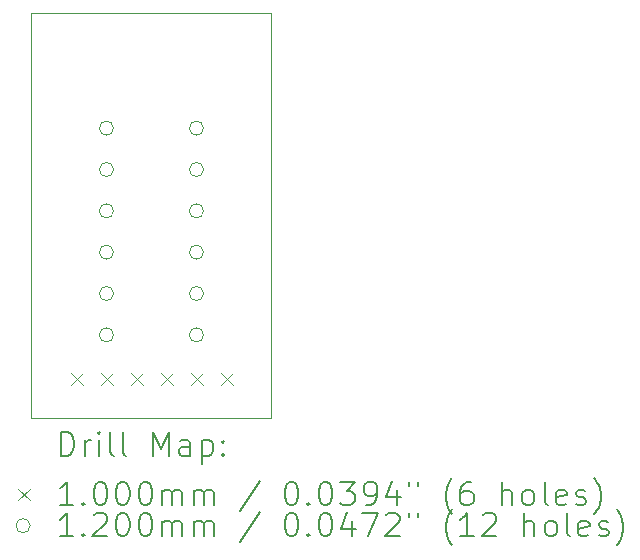
<source format=gbr>
%TF.GenerationSoftware,KiCad,Pcbnew,7.0.7*%
%TF.CreationDate,2024-02-07T12:10:56-08:00*%
%TF.ProjectId,Raven Expansion,52617665-6e20-4457-9870-616e73696f6e,rev?*%
%TF.SameCoordinates,Original*%
%TF.FileFunction,Drillmap*%
%TF.FilePolarity,Positive*%
%FSLAX45Y45*%
G04 Gerber Fmt 4.5, Leading zero omitted, Abs format (unit mm)*
G04 Created by KiCad (PCBNEW 7.0.7) date 2024-02-07 12:10:56*
%MOMM*%
%LPD*%
G01*
G04 APERTURE LIST*
%ADD10C,0.100000*%
%ADD11C,0.200000*%
%ADD12C,0.120000*%
G04 APERTURE END LIST*
D10*
X2540000Y-2540000D02*
X4572000Y-2540000D01*
X4572000Y-5969000D01*
X2540000Y-5969000D01*
X2540000Y-2540000D01*
D11*
D10*
X2878500Y-5589500D02*
X2978500Y-5689500D01*
X2978500Y-5589500D02*
X2878500Y-5689500D01*
X3132500Y-5589500D02*
X3232500Y-5689500D01*
X3232500Y-5589500D02*
X3132500Y-5689500D01*
X3386500Y-5589500D02*
X3486500Y-5689500D01*
X3486500Y-5589500D02*
X3386500Y-5689500D01*
X3640500Y-5589500D02*
X3740500Y-5689500D01*
X3740500Y-5589500D02*
X3640500Y-5689500D01*
X3894500Y-5589500D02*
X3994500Y-5689500D01*
X3994500Y-5589500D02*
X3894500Y-5689500D01*
X4148500Y-5589500D02*
X4248500Y-5689500D01*
X4248500Y-5589500D02*
X4148500Y-5689500D01*
D12*
X3241000Y-3513000D02*
G75*
G03*
X3241000Y-3513000I-60000J0D01*
G01*
X3241000Y-3863000D02*
G75*
G03*
X3241000Y-3863000I-60000J0D01*
G01*
X3241000Y-4213000D02*
G75*
G03*
X3241000Y-4213000I-60000J0D01*
G01*
X3241000Y-4563000D02*
G75*
G03*
X3241000Y-4563000I-60000J0D01*
G01*
X3241000Y-4913000D02*
G75*
G03*
X3241000Y-4913000I-60000J0D01*
G01*
X3241000Y-5263000D02*
G75*
G03*
X3241000Y-5263000I-60000J0D01*
G01*
X4003000Y-3513000D02*
G75*
G03*
X4003000Y-3513000I-60000J0D01*
G01*
X4003000Y-3863000D02*
G75*
G03*
X4003000Y-3863000I-60000J0D01*
G01*
X4003000Y-4213000D02*
G75*
G03*
X4003000Y-4213000I-60000J0D01*
G01*
X4003000Y-4563000D02*
G75*
G03*
X4003000Y-4563000I-60000J0D01*
G01*
X4003000Y-4913000D02*
G75*
G03*
X4003000Y-4913000I-60000J0D01*
G01*
X4003000Y-5263000D02*
G75*
G03*
X4003000Y-5263000I-60000J0D01*
G01*
D11*
X2795777Y-6285484D02*
X2795777Y-6085484D01*
X2795777Y-6085484D02*
X2843396Y-6085484D01*
X2843396Y-6085484D02*
X2871967Y-6095008D01*
X2871967Y-6095008D02*
X2891015Y-6114055D01*
X2891015Y-6114055D02*
X2900539Y-6133103D01*
X2900539Y-6133103D02*
X2910062Y-6171198D01*
X2910062Y-6171198D02*
X2910062Y-6199769D01*
X2910062Y-6199769D02*
X2900539Y-6237865D01*
X2900539Y-6237865D02*
X2891015Y-6256912D01*
X2891015Y-6256912D02*
X2871967Y-6275960D01*
X2871967Y-6275960D02*
X2843396Y-6285484D01*
X2843396Y-6285484D02*
X2795777Y-6285484D01*
X2995777Y-6285484D02*
X2995777Y-6152150D01*
X2995777Y-6190246D02*
X3005301Y-6171198D01*
X3005301Y-6171198D02*
X3014824Y-6161674D01*
X3014824Y-6161674D02*
X3033872Y-6152150D01*
X3033872Y-6152150D02*
X3052920Y-6152150D01*
X3119586Y-6285484D02*
X3119586Y-6152150D01*
X3119586Y-6085484D02*
X3110062Y-6095008D01*
X3110062Y-6095008D02*
X3119586Y-6104531D01*
X3119586Y-6104531D02*
X3129110Y-6095008D01*
X3129110Y-6095008D02*
X3119586Y-6085484D01*
X3119586Y-6085484D02*
X3119586Y-6104531D01*
X3243396Y-6285484D02*
X3224348Y-6275960D01*
X3224348Y-6275960D02*
X3214824Y-6256912D01*
X3214824Y-6256912D02*
X3214824Y-6085484D01*
X3348158Y-6285484D02*
X3329110Y-6275960D01*
X3329110Y-6275960D02*
X3319586Y-6256912D01*
X3319586Y-6256912D02*
X3319586Y-6085484D01*
X3576729Y-6285484D02*
X3576729Y-6085484D01*
X3576729Y-6085484D02*
X3643396Y-6228341D01*
X3643396Y-6228341D02*
X3710062Y-6085484D01*
X3710062Y-6085484D02*
X3710062Y-6285484D01*
X3891015Y-6285484D02*
X3891015Y-6180722D01*
X3891015Y-6180722D02*
X3881491Y-6161674D01*
X3881491Y-6161674D02*
X3862443Y-6152150D01*
X3862443Y-6152150D02*
X3824348Y-6152150D01*
X3824348Y-6152150D02*
X3805301Y-6161674D01*
X3891015Y-6275960D02*
X3871967Y-6285484D01*
X3871967Y-6285484D02*
X3824348Y-6285484D01*
X3824348Y-6285484D02*
X3805301Y-6275960D01*
X3805301Y-6275960D02*
X3795777Y-6256912D01*
X3795777Y-6256912D02*
X3795777Y-6237865D01*
X3795777Y-6237865D02*
X3805301Y-6218817D01*
X3805301Y-6218817D02*
X3824348Y-6209293D01*
X3824348Y-6209293D02*
X3871967Y-6209293D01*
X3871967Y-6209293D02*
X3891015Y-6199769D01*
X3986253Y-6152150D02*
X3986253Y-6352150D01*
X3986253Y-6161674D02*
X4005301Y-6152150D01*
X4005301Y-6152150D02*
X4043396Y-6152150D01*
X4043396Y-6152150D02*
X4062443Y-6161674D01*
X4062443Y-6161674D02*
X4071967Y-6171198D01*
X4071967Y-6171198D02*
X4081491Y-6190246D01*
X4081491Y-6190246D02*
X4081491Y-6247388D01*
X4081491Y-6247388D02*
X4071967Y-6266436D01*
X4071967Y-6266436D02*
X4062443Y-6275960D01*
X4062443Y-6275960D02*
X4043396Y-6285484D01*
X4043396Y-6285484D02*
X4005301Y-6285484D01*
X4005301Y-6285484D02*
X3986253Y-6275960D01*
X4167205Y-6266436D02*
X4176729Y-6275960D01*
X4176729Y-6275960D02*
X4167205Y-6285484D01*
X4167205Y-6285484D02*
X4157682Y-6275960D01*
X4157682Y-6275960D02*
X4167205Y-6266436D01*
X4167205Y-6266436D02*
X4167205Y-6285484D01*
X4167205Y-6161674D02*
X4176729Y-6171198D01*
X4176729Y-6171198D02*
X4167205Y-6180722D01*
X4167205Y-6180722D02*
X4157682Y-6171198D01*
X4157682Y-6171198D02*
X4167205Y-6161674D01*
X4167205Y-6161674D02*
X4167205Y-6180722D01*
D10*
X2435000Y-6564000D02*
X2535000Y-6664000D01*
X2535000Y-6564000D02*
X2435000Y-6664000D01*
D11*
X2900539Y-6705484D02*
X2786253Y-6705484D01*
X2843396Y-6705484D02*
X2843396Y-6505484D01*
X2843396Y-6505484D02*
X2824348Y-6534055D01*
X2824348Y-6534055D02*
X2805301Y-6553103D01*
X2805301Y-6553103D02*
X2786253Y-6562627D01*
X2986253Y-6686436D02*
X2995777Y-6695960D01*
X2995777Y-6695960D02*
X2986253Y-6705484D01*
X2986253Y-6705484D02*
X2976729Y-6695960D01*
X2976729Y-6695960D02*
X2986253Y-6686436D01*
X2986253Y-6686436D02*
X2986253Y-6705484D01*
X3119586Y-6505484D02*
X3138634Y-6505484D01*
X3138634Y-6505484D02*
X3157682Y-6515008D01*
X3157682Y-6515008D02*
X3167205Y-6524531D01*
X3167205Y-6524531D02*
X3176729Y-6543579D01*
X3176729Y-6543579D02*
X3186253Y-6581674D01*
X3186253Y-6581674D02*
X3186253Y-6629293D01*
X3186253Y-6629293D02*
X3176729Y-6667388D01*
X3176729Y-6667388D02*
X3167205Y-6686436D01*
X3167205Y-6686436D02*
X3157682Y-6695960D01*
X3157682Y-6695960D02*
X3138634Y-6705484D01*
X3138634Y-6705484D02*
X3119586Y-6705484D01*
X3119586Y-6705484D02*
X3100539Y-6695960D01*
X3100539Y-6695960D02*
X3091015Y-6686436D01*
X3091015Y-6686436D02*
X3081491Y-6667388D01*
X3081491Y-6667388D02*
X3071967Y-6629293D01*
X3071967Y-6629293D02*
X3071967Y-6581674D01*
X3071967Y-6581674D02*
X3081491Y-6543579D01*
X3081491Y-6543579D02*
X3091015Y-6524531D01*
X3091015Y-6524531D02*
X3100539Y-6515008D01*
X3100539Y-6515008D02*
X3119586Y-6505484D01*
X3310062Y-6505484D02*
X3329110Y-6505484D01*
X3329110Y-6505484D02*
X3348158Y-6515008D01*
X3348158Y-6515008D02*
X3357682Y-6524531D01*
X3357682Y-6524531D02*
X3367205Y-6543579D01*
X3367205Y-6543579D02*
X3376729Y-6581674D01*
X3376729Y-6581674D02*
X3376729Y-6629293D01*
X3376729Y-6629293D02*
X3367205Y-6667388D01*
X3367205Y-6667388D02*
X3357682Y-6686436D01*
X3357682Y-6686436D02*
X3348158Y-6695960D01*
X3348158Y-6695960D02*
X3329110Y-6705484D01*
X3329110Y-6705484D02*
X3310062Y-6705484D01*
X3310062Y-6705484D02*
X3291015Y-6695960D01*
X3291015Y-6695960D02*
X3281491Y-6686436D01*
X3281491Y-6686436D02*
X3271967Y-6667388D01*
X3271967Y-6667388D02*
X3262443Y-6629293D01*
X3262443Y-6629293D02*
X3262443Y-6581674D01*
X3262443Y-6581674D02*
X3271967Y-6543579D01*
X3271967Y-6543579D02*
X3281491Y-6524531D01*
X3281491Y-6524531D02*
X3291015Y-6515008D01*
X3291015Y-6515008D02*
X3310062Y-6505484D01*
X3500539Y-6505484D02*
X3519586Y-6505484D01*
X3519586Y-6505484D02*
X3538634Y-6515008D01*
X3538634Y-6515008D02*
X3548158Y-6524531D01*
X3548158Y-6524531D02*
X3557682Y-6543579D01*
X3557682Y-6543579D02*
X3567205Y-6581674D01*
X3567205Y-6581674D02*
X3567205Y-6629293D01*
X3567205Y-6629293D02*
X3557682Y-6667388D01*
X3557682Y-6667388D02*
X3548158Y-6686436D01*
X3548158Y-6686436D02*
X3538634Y-6695960D01*
X3538634Y-6695960D02*
X3519586Y-6705484D01*
X3519586Y-6705484D02*
X3500539Y-6705484D01*
X3500539Y-6705484D02*
X3481491Y-6695960D01*
X3481491Y-6695960D02*
X3471967Y-6686436D01*
X3471967Y-6686436D02*
X3462443Y-6667388D01*
X3462443Y-6667388D02*
X3452920Y-6629293D01*
X3452920Y-6629293D02*
X3452920Y-6581674D01*
X3452920Y-6581674D02*
X3462443Y-6543579D01*
X3462443Y-6543579D02*
X3471967Y-6524531D01*
X3471967Y-6524531D02*
X3481491Y-6515008D01*
X3481491Y-6515008D02*
X3500539Y-6505484D01*
X3652920Y-6705484D02*
X3652920Y-6572150D01*
X3652920Y-6591198D02*
X3662443Y-6581674D01*
X3662443Y-6581674D02*
X3681491Y-6572150D01*
X3681491Y-6572150D02*
X3710063Y-6572150D01*
X3710063Y-6572150D02*
X3729110Y-6581674D01*
X3729110Y-6581674D02*
X3738634Y-6600722D01*
X3738634Y-6600722D02*
X3738634Y-6705484D01*
X3738634Y-6600722D02*
X3748158Y-6581674D01*
X3748158Y-6581674D02*
X3767205Y-6572150D01*
X3767205Y-6572150D02*
X3795777Y-6572150D01*
X3795777Y-6572150D02*
X3814824Y-6581674D01*
X3814824Y-6581674D02*
X3824348Y-6600722D01*
X3824348Y-6600722D02*
X3824348Y-6705484D01*
X3919586Y-6705484D02*
X3919586Y-6572150D01*
X3919586Y-6591198D02*
X3929110Y-6581674D01*
X3929110Y-6581674D02*
X3948158Y-6572150D01*
X3948158Y-6572150D02*
X3976729Y-6572150D01*
X3976729Y-6572150D02*
X3995777Y-6581674D01*
X3995777Y-6581674D02*
X4005301Y-6600722D01*
X4005301Y-6600722D02*
X4005301Y-6705484D01*
X4005301Y-6600722D02*
X4014824Y-6581674D01*
X4014824Y-6581674D02*
X4033872Y-6572150D01*
X4033872Y-6572150D02*
X4062443Y-6572150D01*
X4062443Y-6572150D02*
X4081491Y-6581674D01*
X4081491Y-6581674D02*
X4091015Y-6600722D01*
X4091015Y-6600722D02*
X4091015Y-6705484D01*
X4481491Y-6495960D02*
X4310063Y-6753103D01*
X4738634Y-6505484D02*
X4757682Y-6505484D01*
X4757682Y-6505484D02*
X4776729Y-6515008D01*
X4776729Y-6515008D02*
X4786253Y-6524531D01*
X4786253Y-6524531D02*
X4795777Y-6543579D01*
X4795777Y-6543579D02*
X4805301Y-6581674D01*
X4805301Y-6581674D02*
X4805301Y-6629293D01*
X4805301Y-6629293D02*
X4795777Y-6667388D01*
X4795777Y-6667388D02*
X4786253Y-6686436D01*
X4786253Y-6686436D02*
X4776729Y-6695960D01*
X4776729Y-6695960D02*
X4757682Y-6705484D01*
X4757682Y-6705484D02*
X4738634Y-6705484D01*
X4738634Y-6705484D02*
X4719587Y-6695960D01*
X4719587Y-6695960D02*
X4710063Y-6686436D01*
X4710063Y-6686436D02*
X4700539Y-6667388D01*
X4700539Y-6667388D02*
X4691015Y-6629293D01*
X4691015Y-6629293D02*
X4691015Y-6581674D01*
X4691015Y-6581674D02*
X4700539Y-6543579D01*
X4700539Y-6543579D02*
X4710063Y-6524531D01*
X4710063Y-6524531D02*
X4719587Y-6515008D01*
X4719587Y-6515008D02*
X4738634Y-6505484D01*
X4891015Y-6686436D02*
X4900539Y-6695960D01*
X4900539Y-6695960D02*
X4891015Y-6705484D01*
X4891015Y-6705484D02*
X4881491Y-6695960D01*
X4881491Y-6695960D02*
X4891015Y-6686436D01*
X4891015Y-6686436D02*
X4891015Y-6705484D01*
X5024348Y-6505484D02*
X5043396Y-6505484D01*
X5043396Y-6505484D02*
X5062444Y-6515008D01*
X5062444Y-6515008D02*
X5071968Y-6524531D01*
X5071968Y-6524531D02*
X5081491Y-6543579D01*
X5081491Y-6543579D02*
X5091015Y-6581674D01*
X5091015Y-6581674D02*
X5091015Y-6629293D01*
X5091015Y-6629293D02*
X5081491Y-6667388D01*
X5081491Y-6667388D02*
X5071968Y-6686436D01*
X5071968Y-6686436D02*
X5062444Y-6695960D01*
X5062444Y-6695960D02*
X5043396Y-6705484D01*
X5043396Y-6705484D02*
X5024348Y-6705484D01*
X5024348Y-6705484D02*
X5005301Y-6695960D01*
X5005301Y-6695960D02*
X4995777Y-6686436D01*
X4995777Y-6686436D02*
X4986253Y-6667388D01*
X4986253Y-6667388D02*
X4976729Y-6629293D01*
X4976729Y-6629293D02*
X4976729Y-6581674D01*
X4976729Y-6581674D02*
X4986253Y-6543579D01*
X4986253Y-6543579D02*
X4995777Y-6524531D01*
X4995777Y-6524531D02*
X5005301Y-6515008D01*
X5005301Y-6515008D02*
X5024348Y-6505484D01*
X5157682Y-6505484D02*
X5281491Y-6505484D01*
X5281491Y-6505484D02*
X5214825Y-6581674D01*
X5214825Y-6581674D02*
X5243396Y-6581674D01*
X5243396Y-6581674D02*
X5262444Y-6591198D01*
X5262444Y-6591198D02*
X5271968Y-6600722D01*
X5271968Y-6600722D02*
X5281491Y-6619769D01*
X5281491Y-6619769D02*
X5281491Y-6667388D01*
X5281491Y-6667388D02*
X5271968Y-6686436D01*
X5271968Y-6686436D02*
X5262444Y-6695960D01*
X5262444Y-6695960D02*
X5243396Y-6705484D01*
X5243396Y-6705484D02*
X5186253Y-6705484D01*
X5186253Y-6705484D02*
X5167206Y-6695960D01*
X5167206Y-6695960D02*
X5157682Y-6686436D01*
X5376729Y-6705484D02*
X5414825Y-6705484D01*
X5414825Y-6705484D02*
X5433872Y-6695960D01*
X5433872Y-6695960D02*
X5443396Y-6686436D01*
X5443396Y-6686436D02*
X5462444Y-6657865D01*
X5462444Y-6657865D02*
X5471968Y-6619769D01*
X5471968Y-6619769D02*
X5471968Y-6543579D01*
X5471968Y-6543579D02*
X5462444Y-6524531D01*
X5462444Y-6524531D02*
X5452920Y-6515008D01*
X5452920Y-6515008D02*
X5433872Y-6505484D01*
X5433872Y-6505484D02*
X5395777Y-6505484D01*
X5395777Y-6505484D02*
X5376729Y-6515008D01*
X5376729Y-6515008D02*
X5367206Y-6524531D01*
X5367206Y-6524531D02*
X5357682Y-6543579D01*
X5357682Y-6543579D02*
X5357682Y-6591198D01*
X5357682Y-6591198D02*
X5367206Y-6610246D01*
X5367206Y-6610246D02*
X5376729Y-6619769D01*
X5376729Y-6619769D02*
X5395777Y-6629293D01*
X5395777Y-6629293D02*
X5433872Y-6629293D01*
X5433872Y-6629293D02*
X5452920Y-6619769D01*
X5452920Y-6619769D02*
X5462444Y-6610246D01*
X5462444Y-6610246D02*
X5471968Y-6591198D01*
X5643396Y-6572150D02*
X5643396Y-6705484D01*
X5595777Y-6495960D02*
X5548158Y-6638817D01*
X5548158Y-6638817D02*
X5671967Y-6638817D01*
X5738634Y-6505484D02*
X5738634Y-6543579D01*
X5814825Y-6505484D02*
X5814825Y-6543579D01*
X6110063Y-6781674D02*
X6100539Y-6772150D01*
X6100539Y-6772150D02*
X6081491Y-6743579D01*
X6081491Y-6743579D02*
X6071968Y-6724531D01*
X6071968Y-6724531D02*
X6062444Y-6695960D01*
X6062444Y-6695960D02*
X6052920Y-6648341D01*
X6052920Y-6648341D02*
X6052920Y-6610246D01*
X6052920Y-6610246D02*
X6062444Y-6562627D01*
X6062444Y-6562627D02*
X6071968Y-6534055D01*
X6071968Y-6534055D02*
X6081491Y-6515008D01*
X6081491Y-6515008D02*
X6100539Y-6486436D01*
X6100539Y-6486436D02*
X6110063Y-6476912D01*
X6271968Y-6505484D02*
X6233872Y-6505484D01*
X6233872Y-6505484D02*
X6214825Y-6515008D01*
X6214825Y-6515008D02*
X6205301Y-6524531D01*
X6205301Y-6524531D02*
X6186253Y-6553103D01*
X6186253Y-6553103D02*
X6176729Y-6591198D01*
X6176729Y-6591198D02*
X6176729Y-6667388D01*
X6176729Y-6667388D02*
X6186253Y-6686436D01*
X6186253Y-6686436D02*
X6195777Y-6695960D01*
X6195777Y-6695960D02*
X6214825Y-6705484D01*
X6214825Y-6705484D02*
X6252920Y-6705484D01*
X6252920Y-6705484D02*
X6271968Y-6695960D01*
X6271968Y-6695960D02*
X6281491Y-6686436D01*
X6281491Y-6686436D02*
X6291015Y-6667388D01*
X6291015Y-6667388D02*
X6291015Y-6619769D01*
X6291015Y-6619769D02*
X6281491Y-6600722D01*
X6281491Y-6600722D02*
X6271968Y-6591198D01*
X6271968Y-6591198D02*
X6252920Y-6581674D01*
X6252920Y-6581674D02*
X6214825Y-6581674D01*
X6214825Y-6581674D02*
X6195777Y-6591198D01*
X6195777Y-6591198D02*
X6186253Y-6600722D01*
X6186253Y-6600722D02*
X6176729Y-6619769D01*
X6529110Y-6705484D02*
X6529110Y-6505484D01*
X6614825Y-6705484D02*
X6614825Y-6600722D01*
X6614825Y-6600722D02*
X6605301Y-6581674D01*
X6605301Y-6581674D02*
X6586253Y-6572150D01*
X6586253Y-6572150D02*
X6557682Y-6572150D01*
X6557682Y-6572150D02*
X6538634Y-6581674D01*
X6538634Y-6581674D02*
X6529110Y-6591198D01*
X6738634Y-6705484D02*
X6719587Y-6695960D01*
X6719587Y-6695960D02*
X6710063Y-6686436D01*
X6710063Y-6686436D02*
X6700539Y-6667388D01*
X6700539Y-6667388D02*
X6700539Y-6610246D01*
X6700539Y-6610246D02*
X6710063Y-6591198D01*
X6710063Y-6591198D02*
X6719587Y-6581674D01*
X6719587Y-6581674D02*
X6738634Y-6572150D01*
X6738634Y-6572150D02*
X6767206Y-6572150D01*
X6767206Y-6572150D02*
X6786253Y-6581674D01*
X6786253Y-6581674D02*
X6795777Y-6591198D01*
X6795777Y-6591198D02*
X6805301Y-6610246D01*
X6805301Y-6610246D02*
X6805301Y-6667388D01*
X6805301Y-6667388D02*
X6795777Y-6686436D01*
X6795777Y-6686436D02*
X6786253Y-6695960D01*
X6786253Y-6695960D02*
X6767206Y-6705484D01*
X6767206Y-6705484D02*
X6738634Y-6705484D01*
X6919587Y-6705484D02*
X6900539Y-6695960D01*
X6900539Y-6695960D02*
X6891015Y-6676912D01*
X6891015Y-6676912D02*
X6891015Y-6505484D01*
X7071968Y-6695960D02*
X7052920Y-6705484D01*
X7052920Y-6705484D02*
X7014825Y-6705484D01*
X7014825Y-6705484D02*
X6995777Y-6695960D01*
X6995777Y-6695960D02*
X6986253Y-6676912D01*
X6986253Y-6676912D02*
X6986253Y-6600722D01*
X6986253Y-6600722D02*
X6995777Y-6581674D01*
X6995777Y-6581674D02*
X7014825Y-6572150D01*
X7014825Y-6572150D02*
X7052920Y-6572150D01*
X7052920Y-6572150D02*
X7071968Y-6581674D01*
X7071968Y-6581674D02*
X7081491Y-6600722D01*
X7081491Y-6600722D02*
X7081491Y-6619769D01*
X7081491Y-6619769D02*
X6986253Y-6638817D01*
X7157682Y-6695960D02*
X7176730Y-6705484D01*
X7176730Y-6705484D02*
X7214825Y-6705484D01*
X7214825Y-6705484D02*
X7233872Y-6695960D01*
X7233872Y-6695960D02*
X7243396Y-6676912D01*
X7243396Y-6676912D02*
X7243396Y-6667388D01*
X7243396Y-6667388D02*
X7233872Y-6648341D01*
X7233872Y-6648341D02*
X7214825Y-6638817D01*
X7214825Y-6638817D02*
X7186253Y-6638817D01*
X7186253Y-6638817D02*
X7167206Y-6629293D01*
X7167206Y-6629293D02*
X7157682Y-6610246D01*
X7157682Y-6610246D02*
X7157682Y-6600722D01*
X7157682Y-6600722D02*
X7167206Y-6581674D01*
X7167206Y-6581674D02*
X7186253Y-6572150D01*
X7186253Y-6572150D02*
X7214825Y-6572150D01*
X7214825Y-6572150D02*
X7233872Y-6581674D01*
X7310063Y-6781674D02*
X7319587Y-6772150D01*
X7319587Y-6772150D02*
X7338634Y-6743579D01*
X7338634Y-6743579D02*
X7348158Y-6724531D01*
X7348158Y-6724531D02*
X7357682Y-6695960D01*
X7357682Y-6695960D02*
X7367206Y-6648341D01*
X7367206Y-6648341D02*
X7367206Y-6610246D01*
X7367206Y-6610246D02*
X7357682Y-6562627D01*
X7357682Y-6562627D02*
X7348158Y-6534055D01*
X7348158Y-6534055D02*
X7338634Y-6515008D01*
X7338634Y-6515008D02*
X7319587Y-6486436D01*
X7319587Y-6486436D02*
X7310063Y-6476912D01*
D12*
X2535000Y-6878000D02*
G75*
G03*
X2535000Y-6878000I-60000J0D01*
G01*
D11*
X2900539Y-6969484D02*
X2786253Y-6969484D01*
X2843396Y-6969484D02*
X2843396Y-6769484D01*
X2843396Y-6769484D02*
X2824348Y-6798055D01*
X2824348Y-6798055D02*
X2805301Y-6817103D01*
X2805301Y-6817103D02*
X2786253Y-6826627D01*
X2986253Y-6950436D02*
X2995777Y-6959960D01*
X2995777Y-6959960D02*
X2986253Y-6969484D01*
X2986253Y-6969484D02*
X2976729Y-6959960D01*
X2976729Y-6959960D02*
X2986253Y-6950436D01*
X2986253Y-6950436D02*
X2986253Y-6969484D01*
X3071967Y-6788531D02*
X3081491Y-6779008D01*
X3081491Y-6779008D02*
X3100539Y-6769484D01*
X3100539Y-6769484D02*
X3148158Y-6769484D01*
X3148158Y-6769484D02*
X3167205Y-6779008D01*
X3167205Y-6779008D02*
X3176729Y-6788531D01*
X3176729Y-6788531D02*
X3186253Y-6807579D01*
X3186253Y-6807579D02*
X3186253Y-6826627D01*
X3186253Y-6826627D02*
X3176729Y-6855198D01*
X3176729Y-6855198D02*
X3062443Y-6969484D01*
X3062443Y-6969484D02*
X3186253Y-6969484D01*
X3310062Y-6769484D02*
X3329110Y-6769484D01*
X3329110Y-6769484D02*
X3348158Y-6779008D01*
X3348158Y-6779008D02*
X3357682Y-6788531D01*
X3357682Y-6788531D02*
X3367205Y-6807579D01*
X3367205Y-6807579D02*
X3376729Y-6845674D01*
X3376729Y-6845674D02*
X3376729Y-6893293D01*
X3376729Y-6893293D02*
X3367205Y-6931388D01*
X3367205Y-6931388D02*
X3357682Y-6950436D01*
X3357682Y-6950436D02*
X3348158Y-6959960D01*
X3348158Y-6959960D02*
X3329110Y-6969484D01*
X3329110Y-6969484D02*
X3310062Y-6969484D01*
X3310062Y-6969484D02*
X3291015Y-6959960D01*
X3291015Y-6959960D02*
X3281491Y-6950436D01*
X3281491Y-6950436D02*
X3271967Y-6931388D01*
X3271967Y-6931388D02*
X3262443Y-6893293D01*
X3262443Y-6893293D02*
X3262443Y-6845674D01*
X3262443Y-6845674D02*
X3271967Y-6807579D01*
X3271967Y-6807579D02*
X3281491Y-6788531D01*
X3281491Y-6788531D02*
X3291015Y-6779008D01*
X3291015Y-6779008D02*
X3310062Y-6769484D01*
X3500539Y-6769484D02*
X3519586Y-6769484D01*
X3519586Y-6769484D02*
X3538634Y-6779008D01*
X3538634Y-6779008D02*
X3548158Y-6788531D01*
X3548158Y-6788531D02*
X3557682Y-6807579D01*
X3557682Y-6807579D02*
X3567205Y-6845674D01*
X3567205Y-6845674D02*
X3567205Y-6893293D01*
X3567205Y-6893293D02*
X3557682Y-6931388D01*
X3557682Y-6931388D02*
X3548158Y-6950436D01*
X3548158Y-6950436D02*
X3538634Y-6959960D01*
X3538634Y-6959960D02*
X3519586Y-6969484D01*
X3519586Y-6969484D02*
X3500539Y-6969484D01*
X3500539Y-6969484D02*
X3481491Y-6959960D01*
X3481491Y-6959960D02*
X3471967Y-6950436D01*
X3471967Y-6950436D02*
X3462443Y-6931388D01*
X3462443Y-6931388D02*
X3452920Y-6893293D01*
X3452920Y-6893293D02*
X3452920Y-6845674D01*
X3452920Y-6845674D02*
X3462443Y-6807579D01*
X3462443Y-6807579D02*
X3471967Y-6788531D01*
X3471967Y-6788531D02*
X3481491Y-6779008D01*
X3481491Y-6779008D02*
X3500539Y-6769484D01*
X3652920Y-6969484D02*
X3652920Y-6836150D01*
X3652920Y-6855198D02*
X3662443Y-6845674D01*
X3662443Y-6845674D02*
X3681491Y-6836150D01*
X3681491Y-6836150D02*
X3710063Y-6836150D01*
X3710063Y-6836150D02*
X3729110Y-6845674D01*
X3729110Y-6845674D02*
X3738634Y-6864722D01*
X3738634Y-6864722D02*
X3738634Y-6969484D01*
X3738634Y-6864722D02*
X3748158Y-6845674D01*
X3748158Y-6845674D02*
X3767205Y-6836150D01*
X3767205Y-6836150D02*
X3795777Y-6836150D01*
X3795777Y-6836150D02*
X3814824Y-6845674D01*
X3814824Y-6845674D02*
X3824348Y-6864722D01*
X3824348Y-6864722D02*
X3824348Y-6969484D01*
X3919586Y-6969484D02*
X3919586Y-6836150D01*
X3919586Y-6855198D02*
X3929110Y-6845674D01*
X3929110Y-6845674D02*
X3948158Y-6836150D01*
X3948158Y-6836150D02*
X3976729Y-6836150D01*
X3976729Y-6836150D02*
X3995777Y-6845674D01*
X3995777Y-6845674D02*
X4005301Y-6864722D01*
X4005301Y-6864722D02*
X4005301Y-6969484D01*
X4005301Y-6864722D02*
X4014824Y-6845674D01*
X4014824Y-6845674D02*
X4033872Y-6836150D01*
X4033872Y-6836150D02*
X4062443Y-6836150D01*
X4062443Y-6836150D02*
X4081491Y-6845674D01*
X4081491Y-6845674D02*
X4091015Y-6864722D01*
X4091015Y-6864722D02*
X4091015Y-6969484D01*
X4481491Y-6759960D02*
X4310063Y-7017103D01*
X4738634Y-6769484D02*
X4757682Y-6769484D01*
X4757682Y-6769484D02*
X4776729Y-6779008D01*
X4776729Y-6779008D02*
X4786253Y-6788531D01*
X4786253Y-6788531D02*
X4795777Y-6807579D01*
X4795777Y-6807579D02*
X4805301Y-6845674D01*
X4805301Y-6845674D02*
X4805301Y-6893293D01*
X4805301Y-6893293D02*
X4795777Y-6931388D01*
X4795777Y-6931388D02*
X4786253Y-6950436D01*
X4786253Y-6950436D02*
X4776729Y-6959960D01*
X4776729Y-6959960D02*
X4757682Y-6969484D01*
X4757682Y-6969484D02*
X4738634Y-6969484D01*
X4738634Y-6969484D02*
X4719587Y-6959960D01*
X4719587Y-6959960D02*
X4710063Y-6950436D01*
X4710063Y-6950436D02*
X4700539Y-6931388D01*
X4700539Y-6931388D02*
X4691015Y-6893293D01*
X4691015Y-6893293D02*
X4691015Y-6845674D01*
X4691015Y-6845674D02*
X4700539Y-6807579D01*
X4700539Y-6807579D02*
X4710063Y-6788531D01*
X4710063Y-6788531D02*
X4719587Y-6779008D01*
X4719587Y-6779008D02*
X4738634Y-6769484D01*
X4891015Y-6950436D02*
X4900539Y-6959960D01*
X4900539Y-6959960D02*
X4891015Y-6969484D01*
X4891015Y-6969484D02*
X4881491Y-6959960D01*
X4881491Y-6959960D02*
X4891015Y-6950436D01*
X4891015Y-6950436D02*
X4891015Y-6969484D01*
X5024348Y-6769484D02*
X5043396Y-6769484D01*
X5043396Y-6769484D02*
X5062444Y-6779008D01*
X5062444Y-6779008D02*
X5071968Y-6788531D01*
X5071968Y-6788531D02*
X5081491Y-6807579D01*
X5081491Y-6807579D02*
X5091015Y-6845674D01*
X5091015Y-6845674D02*
X5091015Y-6893293D01*
X5091015Y-6893293D02*
X5081491Y-6931388D01*
X5081491Y-6931388D02*
X5071968Y-6950436D01*
X5071968Y-6950436D02*
X5062444Y-6959960D01*
X5062444Y-6959960D02*
X5043396Y-6969484D01*
X5043396Y-6969484D02*
X5024348Y-6969484D01*
X5024348Y-6969484D02*
X5005301Y-6959960D01*
X5005301Y-6959960D02*
X4995777Y-6950436D01*
X4995777Y-6950436D02*
X4986253Y-6931388D01*
X4986253Y-6931388D02*
X4976729Y-6893293D01*
X4976729Y-6893293D02*
X4976729Y-6845674D01*
X4976729Y-6845674D02*
X4986253Y-6807579D01*
X4986253Y-6807579D02*
X4995777Y-6788531D01*
X4995777Y-6788531D02*
X5005301Y-6779008D01*
X5005301Y-6779008D02*
X5024348Y-6769484D01*
X5262444Y-6836150D02*
X5262444Y-6969484D01*
X5214825Y-6759960D02*
X5167206Y-6902817D01*
X5167206Y-6902817D02*
X5291015Y-6902817D01*
X5348158Y-6769484D02*
X5481491Y-6769484D01*
X5481491Y-6769484D02*
X5395777Y-6969484D01*
X5548158Y-6788531D02*
X5557682Y-6779008D01*
X5557682Y-6779008D02*
X5576729Y-6769484D01*
X5576729Y-6769484D02*
X5624348Y-6769484D01*
X5624348Y-6769484D02*
X5643396Y-6779008D01*
X5643396Y-6779008D02*
X5652920Y-6788531D01*
X5652920Y-6788531D02*
X5662444Y-6807579D01*
X5662444Y-6807579D02*
X5662444Y-6826627D01*
X5662444Y-6826627D02*
X5652920Y-6855198D01*
X5652920Y-6855198D02*
X5538634Y-6969484D01*
X5538634Y-6969484D02*
X5662444Y-6969484D01*
X5738634Y-6769484D02*
X5738634Y-6807579D01*
X5814825Y-6769484D02*
X5814825Y-6807579D01*
X6110063Y-7045674D02*
X6100539Y-7036150D01*
X6100539Y-7036150D02*
X6081491Y-7007579D01*
X6081491Y-7007579D02*
X6071968Y-6988531D01*
X6071968Y-6988531D02*
X6062444Y-6959960D01*
X6062444Y-6959960D02*
X6052920Y-6912341D01*
X6052920Y-6912341D02*
X6052920Y-6874246D01*
X6052920Y-6874246D02*
X6062444Y-6826627D01*
X6062444Y-6826627D02*
X6071968Y-6798055D01*
X6071968Y-6798055D02*
X6081491Y-6779008D01*
X6081491Y-6779008D02*
X6100539Y-6750436D01*
X6100539Y-6750436D02*
X6110063Y-6740912D01*
X6291015Y-6969484D02*
X6176729Y-6969484D01*
X6233872Y-6969484D02*
X6233872Y-6769484D01*
X6233872Y-6769484D02*
X6214825Y-6798055D01*
X6214825Y-6798055D02*
X6195777Y-6817103D01*
X6195777Y-6817103D02*
X6176729Y-6826627D01*
X6367206Y-6788531D02*
X6376729Y-6779008D01*
X6376729Y-6779008D02*
X6395777Y-6769484D01*
X6395777Y-6769484D02*
X6443396Y-6769484D01*
X6443396Y-6769484D02*
X6462444Y-6779008D01*
X6462444Y-6779008D02*
X6471968Y-6788531D01*
X6471968Y-6788531D02*
X6481491Y-6807579D01*
X6481491Y-6807579D02*
X6481491Y-6826627D01*
X6481491Y-6826627D02*
X6471968Y-6855198D01*
X6471968Y-6855198D02*
X6357682Y-6969484D01*
X6357682Y-6969484D02*
X6481491Y-6969484D01*
X6719587Y-6969484D02*
X6719587Y-6769484D01*
X6805301Y-6969484D02*
X6805301Y-6864722D01*
X6805301Y-6864722D02*
X6795777Y-6845674D01*
X6795777Y-6845674D02*
X6776730Y-6836150D01*
X6776730Y-6836150D02*
X6748158Y-6836150D01*
X6748158Y-6836150D02*
X6729110Y-6845674D01*
X6729110Y-6845674D02*
X6719587Y-6855198D01*
X6929110Y-6969484D02*
X6910063Y-6959960D01*
X6910063Y-6959960D02*
X6900539Y-6950436D01*
X6900539Y-6950436D02*
X6891015Y-6931388D01*
X6891015Y-6931388D02*
X6891015Y-6874246D01*
X6891015Y-6874246D02*
X6900539Y-6855198D01*
X6900539Y-6855198D02*
X6910063Y-6845674D01*
X6910063Y-6845674D02*
X6929110Y-6836150D01*
X6929110Y-6836150D02*
X6957682Y-6836150D01*
X6957682Y-6836150D02*
X6976730Y-6845674D01*
X6976730Y-6845674D02*
X6986253Y-6855198D01*
X6986253Y-6855198D02*
X6995777Y-6874246D01*
X6995777Y-6874246D02*
X6995777Y-6931388D01*
X6995777Y-6931388D02*
X6986253Y-6950436D01*
X6986253Y-6950436D02*
X6976730Y-6959960D01*
X6976730Y-6959960D02*
X6957682Y-6969484D01*
X6957682Y-6969484D02*
X6929110Y-6969484D01*
X7110063Y-6969484D02*
X7091015Y-6959960D01*
X7091015Y-6959960D02*
X7081491Y-6940912D01*
X7081491Y-6940912D02*
X7081491Y-6769484D01*
X7262444Y-6959960D02*
X7243396Y-6969484D01*
X7243396Y-6969484D02*
X7205301Y-6969484D01*
X7205301Y-6969484D02*
X7186253Y-6959960D01*
X7186253Y-6959960D02*
X7176730Y-6940912D01*
X7176730Y-6940912D02*
X7176730Y-6864722D01*
X7176730Y-6864722D02*
X7186253Y-6845674D01*
X7186253Y-6845674D02*
X7205301Y-6836150D01*
X7205301Y-6836150D02*
X7243396Y-6836150D01*
X7243396Y-6836150D02*
X7262444Y-6845674D01*
X7262444Y-6845674D02*
X7271968Y-6864722D01*
X7271968Y-6864722D02*
X7271968Y-6883769D01*
X7271968Y-6883769D02*
X7176730Y-6902817D01*
X7348158Y-6959960D02*
X7367206Y-6969484D01*
X7367206Y-6969484D02*
X7405301Y-6969484D01*
X7405301Y-6969484D02*
X7424349Y-6959960D01*
X7424349Y-6959960D02*
X7433872Y-6940912D01*
X7433872Y-6940912D02*
X7433872Y-6931388D01*
X7433872Y-6931388D02*
X7424349Y-6912341D01*
X7424349Y-6912341D02*
X7405301Y-6902817D01*
X7405301Y-6902817D02*
X7376730Y-6902817D01*
X7376730Y-6902817D02*
X7357682Y-6893293D01*
X7357682Y-6893293D02*
X7348158Y-6874246D01*
X7348158Y-6874246D02*
X7348158Y-6864722D01*
X7348158Y-6864722D02*
X7357682Y-6845674D01*
X7357682Y-6845674D02*
X7376730Y-6836150D01*
X7376730Y-6836150D02*
X7405301Y-6836150D01*
X7405301Y-6836150D02*
X7424349Y-6845674D01*
X7500539Y-7045674D02*
X7510063Y-7036150D01*
X7510063Y-7036150D02*
X7529111Y-7007579D01*
X7529111Y-7007579D02*
X7538634Y-6988531D01*
X7538634Y-6988531D02*
X7548158Y-6959960D01*
X7548158Y-6959960D02*
X7557682Y-6912341D01*
X7557682Y-6912341D02*
X7557682Y-6874246D01*
X7557682Y-6874246D02*
X7548158Y-6826627D01*
X7548158Y-6826627D02*
X7538634Y-6798055D01*
X7538634Y-6798055D02*
X7529111Y-6779008D01*
X7529111Y-6779008D02*
X7510063Y-6750436D01*
X7510063Y-6750436D02*
X7500539Y-6740912D01*
M02*

</source>
